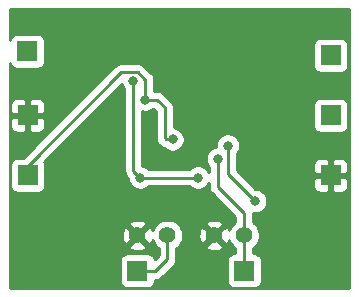
<source format=gbr>
G04 #@! TF.GenerationSoftware,KiCad,Pcbnew,(5.1.6)-1*
G04 #@! TF.CreationDate,2020-05-26T15:20:33+09:00*
G04 #@! TF.ProjectId,mic5332,6d696335-3333-4322-9e6b-696361645f70,rev?*
G04 #@! TF.SameCoordinates,Original*
G04 #@! TF.FileFunction,Copper,L2,Bot*
G04 #@! TF.FilePolarity,Positive*
%FSLAX46Y46*%
G04 Gerber Fmt 4.6, Leading zero omitted, Abs format (unit mm)*
G04 Created by KiCad (PCBNEW (5.1.6)-1) date 2020-05-26 15:20:33*
%MOMM*%
%LPD*%
G01*
G04 APERTURE LIST*
G04 #@! TA.AperFunction,ComponentPad*
%ADD10C,1.400000*%
G04 #@! TD*
G04 #@! TA.AperFunction,ComponentPad*
%ADD11R,1.700000X1.700000*%
G04 #@! TD*
G04 #@! TA.AperFunction,ViaPad*
%ADD12C,0.400000*%
G04 #@! TD*
G04 #@! TA.AperFunction,ViaPad*
%ADD13C,0.800000*%
G04 #@! TD*
G04 #@! TA.AperFunction,Conductor*
%ADD14C,0.250000*%
G04 #@! TD*
G04 #@! TA.AperFunction,Conductor*
%ADD15C,0.254000*%
G04 #@! TD*
G04 APERTURE END LIST*
D10*
X127650000Y-84050000D03*
X130190000Y-84050000D03*
X123690000Y-84050000D03*
X121150000Y-84050000D03*
D11*
X111830000Y-68460000D03*
X130190000Y-87050000D03*
X121150000Y-87050000D03*
X111850000Y-73880000D03*
X137500000Y-78960000D03*
X111850000Y-78960000D03*
X137500000Y-68800000D03*
X137500000Y-73880000D03*
D12*
X126576400Y-75976400D03*
D13*
X133010000Y-65740000D03*
X128850000Y-65740000D03*
X131100000Y-81150000D03*
X128800000Y-76450000D03*
X120810000Y-70960000D03*
X121370000Y-79150000D03*
X126270000Y-79150000D03*
X127950000Y-77550000D03*
X124122400Y-75922400D03*
X121800000Y-72550000D03*
D14*
X131100000Y-81150000D02*
X131100000Y-81150000D01*
X128800000Y-76450000D02*
X128800000Y-78850000D01*
X128800000Y-78850000D02*
X131100000Y-81150000D01*
X120810000Y-70960000D02*
X120810000Y-78590000D01*
X120810000Y-78590000D02*
X121370000Y-79150000D01*
X121370000Y-79150000D02*
X121370000Y-79150000D01*
X121370000Y-79150000D02*
X121935685Y-79150000D01*
X121935685Y-79150000D02*
X126270000Y-79150000D01*
X126270000Y-79150000D02*
X126270000Y-79150000D01*
X130190000Y-82160000D02*
X130190000Y-84050000D01*
X127950000Y-77550000D02*
X127950000Y-79920000D01*
X127950000Y-79920000D02*
X130190000Y-82160000D01*
X130190000Y-84050000D02*
X130190000Y-87050000D01*
X122630000Y-87100000D02*
X121150000Y-87100000D01*
X123690000Y-84050000D02*
X123690000Y-86040000D01*
X123690000Y-86040000D02*
X122630000Y-87100000D01*
X122800000Y-72550000D02*
X121800000Y-72550000D01*
X123450000Y-73200000D02*
X122800000Y-72550000D01*
X123450000Y-75815685D02*
X123450000Y-73200000D01*
X124122400Y-75922400D02*
X123556715Y-75922400D01*
X123556715Y-75922400D02*
X123450000Y-75815685D01*
X111850000Y-78151777D02*
X111850000Y-78960000D01*
X119766778Y-70234999D02*
X111850000Y-78151777D01*
X121158001Y-70234999D02*
X119766778Y-70234999D01*
X121800000Y-70876998D02*
X121158001Y-70234999D01*
X121800000Y-72550000D02*
X121800000Y-70876998D01*
D15*
G36*
X139040000Y-88540000D02*
G01*
X110360000Y-88540000D01*
X110360000Y-86200000D01*
X119661928Y-86200000D01*
X119661928Y-87900000D01*
X119674188Y-88024482D01*
X119710498Y-88144180D01*
X119769463Y-88254494D01*
X119848815Y-88351185D01*
X119945506Y-88430537D01*
X120055820Y-88489502D01*
X120175518Y-88525812D01*
X120300000Y-88538072D01*
X122000000Y-88538072D01*
X122124482Y-88525812D01*
X122244180Y-88489502D01*
X122354494Y-88430537D01*
X122451185Y-88351185D01*
X122530537Y-88254494D01*
X122589502Y-88144180D01*
X122625812Y-88024482D01*
X122638072Y-87900000D01*
X122638072Y-87862881D01*
X122667322Y-87860000D01*
X122667333Y-87860000D01*
X122778986Y-87849003D01*
X122922247Y-87805546D01*
X123054276Y-87734974D01*
X123170001Y-87640001D01*
X123193803Y-87610998D01*
X124201008Y-86603795D01*
X124230001Y-86580001D01*
X124253795Y-86551008D01*
X124253799Y-86551004D01*
X124324973Y-86464277D01*
X124324974Y-86464276D01*
X124395546Y-86332247D01*
X124439003Y-86188986D01*
X124450000Y-86077333D01*
X124450000Y-86077324D01*
X124453676Y-86040001D01*
X124450000Y-86002678D01*
X124450000Y-85147775D01*
X124541013Y-85086962D01*
X124656706Y-84971269D01*
X126908336Y-84971269D01*
X126967797Y-85205037D01*
X127206242Y-85315934D01*
X127461740Y-85378183D01*
X127724473Y-85389390D01*
X127984344Y-85349125D01*
X128231366Y-85258935D01*
X128332203Y-85205037D01*
X128391664Y-84971269D01*
X127650000Y-84229605D01*
X126908336Y-84971269D01*
X124656706Y-84971269D01*
X124726962Y-84901013D01*
X124873061Y-84682359D01*
X124973696Y-84439405D01*
X125025000Y-84181486D01*
X125025000Y-84124473D01*
X126310610Y-84124473D01*
X126350875Y-84384344D01*
X126441065Y-84631366D01*
X126494963Y-84732203D01*
X126728731Y-84791664D01*
X127470395Y-84050000D01*
X126728731Y-83308336D01*
X126494963Y-83367797D01*
X126384066Y-83606242D01*
X126321817Y-83861740D01*
X126310610Y-84124473D01*
X125025000Y-84124473D01*
X125025000Y-83918514D01*
X124973696Y-83660595D01*
X124873061Y-83417641D01*
X124726962Y-83198987D01*
X124656706Y-83128731D01*
X126908336Y-83128731D01*
X127650000Y-83870395D01*
X128391664Y-83128731D01*
X128332203Y-82894963D01*
X128093758Y-82784066D01*
X127838260Y-82721817D01*
X127575527Y-82710610D01*
X127315656Y-82750875D01*
X127068634Y-82841065D01*
X126967797Y-82894963D01*
X126908336Y-83128731D01*
X124656706Y-83128731D01*
X124541013Y-83013038D01*
X124322359Y-82866939D01*
X124079405Y-82766304D01*
X123821486Y-82715000D01*
X123558514Y-82715000D01*
X123300595Y-82766304D01*
X123057641Y-82866939D01*
X122838987Y-83013038D01*
X122653038Y-83198987D01*
X122506939Y-83417641D01*
X122418379Y-83631444D01*
X122358935Y-83468634D01*
X122305037Y-83367797D01*
X122071269Y-83308336D01*
X121329605Y-84050000D01*
X122071269Y-84791664D01*
X122305037Y-84732203D01*
X122415934Y-84493758D01*
X122420706Y-84474173D01*
X122506939Y-84682359D01*
X122653038Y-84901013D01*
X122838987Y-85086962D01*
X122930001Y-85147775D01*
X122930001Y-85725197D01*
X122615075Y-86040123D01*
X122589502Y-85955820D01*
X122530537Y-85845506D01*
X122451185Y-85748815D01*
X122354494Y-85669463D01*
X122244180Y-85610498D01*
X122124482Y-85574188D01*
X122000000Y-85561928D01*
X120300000Y-85561928D01*
X120175518Y-85574188D01*
X120055820Y-85610498D01*
X119945506Y-85669463D01*
X119848815Y-85748815D01*
X119769463Y-85845506D01*
X119710498Y-85955820D01*
X119674188Y-86075518D01*
X119661928Y-86200000D01*
X110360000Y-86200000D01*
X110360000Y-84971269D01*
X120408336Y-84971269D01*
X120467797Y-85205037D01*
X120706242Y-85315934D01*
X120961740Y-85378183D01*
X121224473Y-85389390D01*
X121484344Y-85349125D01*
X121731366Y-85258935D01*
X121832203Y-85205037D01*
X121891664Y-84971269D01*
X121150000Y-84229605D01*
X120408336Y-84971269D01*
X110360000Y-84971269D01*
X110360000Y-84124473D01*
X119810610Y-84124473D01*
X119850875Y-84384344D01*
X119941065Y-84631366D01*
X119994963Y-84732203D01*
X120228731Y-84791664D01*
X120970395Y-84050000D01*
X120228731Y-83308336D01*
X119994963Y-83367797D01*
X119884066Y-83606242D01*
X119821817Y-83861740D01*
X119810610Y-84124473D01*
X110360000Y-84124473D01*
X110360000Y-83128731D01*
X120408336Y-83128731D01*
X121150000Y-83870395D01*
X121891664Y-83128731D01*
X121832203Y-82894963D01*
X121593758Y-82784066D01*
X121338260Y-82721817D01*
X121075527Y-82710610D01*
X120815656Y-82750875D01*
X120568634Y-82841065D01*
X120467797Y-82894963D01*
X120408336Y-83128731D01*
X110360000Y-83128731D01*
X110360000Y-78110000D01*
X110361928Y-78110000D01*
X110361928Y-79810000D01*
X110374188Y-79934482D01*
X110410498Y-80054180D01*
X110469463Y-80164494D01*
X110548815Y-80261185D01*
X110645506Y-80340537D01*
X110755820Y-80399502D01*
X110875518Y-80435812D01*
X111000000Y-80448072D01*
X112700000Y-80448072D01*
X112824482Y-80435812D01*
X112944180Y-80399502D01*
X113054494Y-80340537D01*
X113151185Y-80261185D01*
X113230537Y-80164494D01*
X113289502Y-80054180D01*
X113325812Y-79934482D01*
X113338072Y-79810000D01*
X113338072Y-78110000D01*
X113325812Y-77985518D01*
X113289502Y-77865820D01*
X113262073Y-77814505D01*
X119814759Y-71261820D01*
X119814774Y-71261898D01*
X119892795Y-71450256D01*
X120006063Y-71619774D01*
X120050000Y-71663711D01*
X120050001Y-78552668D01*
X120046324Y-78590000D01*
X120060998Y-78738985D01*
X120104454Y-78882246D01*
X120175026Y-79014276D01*
X120234710Y-79087000D01*
X120270000Y-79130001D01*
X120298998Y-79153799D01*
X120335000Y-79189801D01*
X120335000Y-79251939D01*
X120374774Y-79451898D01*
X120452795Y-79640256D01*
X120566063Y-79809774D01*
X120710226Y-79953937D01*
X120879744Y-80067205D01*
X121068102Y-80145226D01*
X121268061Y-80185000D01*
X121471939Y-80185000D01*
X121671898Y-80145226D01*
X121860256Y-80067205D01*
X122029774Y-79953937D01*
X122073711Y-79910000D01*
X125566289Y-79910000D01*
X125610226Y-79953937D01*
X125779744Y-80067205D01*
X125968102Y-80145226D01*
X126168061Y-80185000D01*
X126371939Y-80185000D01*
X126571898Y-80145226D01*
X126760256Y-80067205D01*
X126929774Y-79953937D01*
X127073937Y-79809774D01*
X127187205Y-79640256D01*
X127190001Y-79633506D01*
X127190001Y-79882668D01*
X127186324Y-79920000D01*
X127200998Y-80068985D01*
X127244454Y-80212246D01*
X127315026Y-80344276D01*
X127386201Y-80431002D01*
X127410000Y-80460001D01*
X127438998Y-80483799D01*
X129430000Y-82474803D01*
X129430000Y-82952225D01*
X129338987Y-83013038D01*
X129153038Y-83198987D01*
X129006939Y-83417641D01*
X128918379Y-83631444D01*
X128858935Y-83468634D01*
X128805037Y-83367797D01*
X128571269Y-83308336D01*
X127829605Y-84050000D01*
X128571269Y-84791664D01*
X128805037Y-84732203D01*
X128915934Y-84493758D01*
X128920706Y-84474173D01*
X129006939Y-84682359D01*
X129153038Y-84901013D01*
X129338987Y-85086962D01*
X129430000Y-85147775D01*
X129430001Y-85561928D01*
X129340000Y-85561928D01*
X129215518Y-85574188D01*
X129095820Y-85610498D01*
X128985506Y-85669463D01*
X128888815Y-85748815D01*
X128809463Y-85845506D01*
X128750498Y-85955820D01*
X128714188Y-86075518D01*
X128701928Y-86200000D01*
X128701928Y-87900000D01*
X128714188Y-88024482D01*
X128750498Y-88144180D01*
X128809463Y-88254494D01*
X128888815Y-88351185D01*
X128985506Y-88430537D01*
X129095820Y-88489502D01*
X129215518Y-88525812D01*
X129340000Y-88538072D01*
X131040000Y-88538072D01*
X131164482Y-88525812D01*
X131284180Y-88489502D01*
X131394494Y-88430537D01*
X131491185Y-88351185D01*
X131570537Y-88254494D01*
X131629502Y-88144180D01*
X131665812Y-88024482D01*
X131678072Y-87900000D01*
X131678072Y-86200000D01*
X131665812Y-86075518D01*
X131629502Y-85955820D01*
X131570537Y-85845506D01*
X131491185Y-85748815D01*
X131394494Y-85669463D01*
X131284180Y-85610498D01*
X131164482Y-85574188D01*
X131040000Y-85561928D01*
X130950000Y-85561928D01*
X130950000Y-85147775D01*
X131041013Y-85086962D01*
X131226962Y-84901013D01*
X131373061Y-84682359D01*
X131473696Y-84439405D01*
X131525000Y-84181486D01*
X131525000Y-83918514D01*
X131473696Y-83660595D01*
X131373061Y-83417641D01*
X131226962Y-83198987D01*
X131041013Y-83013038D01*
X130950000Y-82952225D01*
X130950000Y-82197322D01*
X130952114Y-82175861D01*
X130998061Y-82185000D01*
X131201939Y-82185000D01*
X131401898Y-82145226D01*
X131590256Y-82067205D01*
X131759774Y-81953937D01*
X131903937Y-81809774D01*
X132017205Y-81640256D01*
X132095226Y-81451898D01*
X132135000Y-81251939D01*
X132135000Y-81048061D01*
X132095226Y-80848102D01*
X132017205Y-80659744D01*
X131903937Y-80490226D01*
X131759774Y-80346063D01*
X131590256Y-80232795D01*
X131401898Y-80154774D01*
X131201939Y-80115000D01*
X131139802Y-80115000D01*
X130834802Y-79810000D01*
X136011928Y-79810000D01*
X136024188Y-79934482D01*
X136060498Y-80054180D01*
X136119463Y-80164494D01*
X136198815Y-80261185D01*
X136295506Y-80340537D01*
X136405820Y-80399502D01*
X136525518Y-80435812D01*
X136650000Y-80448072D01*
X137214250Y-80445000D01*
X137373000Y-80286250D01*
X137373000Y-79087000D01*
X137627000Y-79087000D01*
X137627000Y-80286250D01*
X137785750Y-80445000D01*
X138350000Y-80448072D01*
X138474482Y-80435812D01*
X138594180Y-80399502D01*
X138704494Y-80340537D01*
X138801185Y-80261185D01*
X138880537Y-80164494D01*
X138939502Y-80054180D01*
X138975812Y-79934482D01*
X138988072Y-79810000D01*
X138985000Y-79245750D01*
X138826250Y-79087000D01*
X137627000Y-79087000D01*
X137373000Y-79087000D01*
X136173750Y-79087000D01*
X136015000Y-79245750D01*
X136011928Y-79810000D01*
X130834802Y-79810000D01*
X129560000Y-78535199D01*
X129560000Y-78110000D01*
X136011928Y-78110000D01*
X136015000Y-78674250D01*
X136173750Y-78833000D01*
X137373000Y-78833000D01*
X137373000Y-77633750D01*
X137627000Y-77633750D01*
X137627000Y-78833000D01*
X138826250Y-78833000D01*
X138985000Y-78674250D01*
X138988072Y-78110000D01*
X138975812Y-77985518D01*
X138939502Y-77865820D01*
X138880537Y-77755506D01*
X138801185Y-77658815D01*
X138704494Y-77579463D01*
X138594180Y-77520498D01*
X138474482Y-77484188D01*
X138350000Y-77471928D01*
X137785750Y-77475000D01*
X137627000Y-77633750D01*
X137373000Y-77633750D01*
X137214250Y-77475000D01*
X136650000Y-77471928D01*
X136525518Y-77484188D01*
X136405820Y-77520498D01*
X136295506Y-77579463D01*
X136198815Y-77658815D01*
X136119463Y-77755506D01*
X136060498Y-77865820D01*
X136024188Y-77985518D01*
X136011928Y-78110000D01*
X129560000Y-78110000D01*
X129560000Y-77153711D01*
X129603937Y-77109774D01*
X129717205Y-76940256D01*
X129795226Y-76751898D01*
X129835000Y-76551939D01*
X129835000Y-76348061D01*
X129795226Y-76148102D01*
X129717205Y-75959744D01*
X129603937Y-75790226D01*
X129459774Y-75646063D01*
X129290256Y-75532795D01*
X129101898Y-75454774D01*
X128901939Y-75415000D01*
X128698061Y-75415000D01*
X128498102Y-75454774D01*
X128309744Y-75532795D01*
X128140226Y-75646063D01*
X127996063Y-75790226D01*
X127882795Y-75959744D01*
X127804774Y-76148102D01*
X127765000Y-76348061D01*
X127765000Y-76531522D01*
X127648102Y-76554774D01*
X127459744Y-76632795D01*
X127290226Y-76746063D01*
X127146063Y-76890226D01*
X127032795Y-77059744D01*
X126954774Y-77248102D01*
X126915000Y-77448061D01*
X126915000Y-77651939D01*
X126954774Y-77851898D01*
X127032795Y-78040256D01*
X127146063Y-78209774D01*
X127190000Y-78253711D01*
X127190000Y-78666493D01*
X127187205Y-78659744D01*
X127073937Y-78490226D01*
X126929774Y-78346063D01*
X126760256Y-78232795D01*
X126571898Y-78154774D01*
X126371939Y-78115000D01*
X126168061Y-78115000D01*
X125968102Y-78154774D01*
X125779744Y-78232795D01*
X125610226Y-78346063D01*
X125566289Y-78390000D01*
X122073711Y-78390000D01*
X122029774Y-78346063D01*
X121860256Y-78232795D01*
X121671898Y-78154774D01*
X121570000Y-78134505D01*
X121570000Y-73559527D01*
X121698061Y-73585000D01*
X121901939Y-73585000D01*
X122101898Y-73545226D01*
X122290256Y-73467205D01*
X122459774Y-73353937D01*
X122494455Y-73319256D01*
X122690001Y-73514803D01*
X122690000Y-75778362D01*
X122686324Y-75815685D01*
X122690000Y-75853007D01*
X122690000Y-75853017D01*
X122700997Y-75964670D01*
X122744454Y-76107931D01*
X122815026Y-76239961D01*
X122854871Y-76288511D01*
X122909999Y-76355686D01*
X122939003Y-76379489D01*
X122992911Y-76433397D01*
X123016714Y-76462401D01*
X123132439Y-76557374D01*
X123264468Y-76627946D01*
X123407676Y-76671387D01*
X123462626Y-76726337D01*
X123632144Y-76839605D01*
X123820502Y-76917626D01*
X124020461Y-76957400D01*
X124224339Y-76957400D01*
X124424298Y-76917626D01*
X124612656Y-76839605D01*
X124782174Y-76726337D01*
X124926337Y-76582174D01*
X125039605Y-76412656D01*
X125117626Y-76224298D01*
X125157400Y-76024339D01*
X125157400Y-75820461D01*
X125117626Y-75620502D01*
X125039605Y-75432144D01*
X124926337Y-75262626D01*
X124782174Y-75118463D01*
X124612656Y-75005195D01*
X124424298Y-74927174D01*
X124224339Y-74887400D01*
X124210000Y-74887400D01*
X124210000Y-73237323D01*
X124213676Y-73200000D01*
X124210000Y-73162677D01*
X124210000Y-73162667D01*
X124199003Y-73051014D01*
X124192629Y-73030000D01*
X136011928Y-73030000D01*
X136011928Y-74730000D01*
X136024188Y-74854482D01*
X136060498Y-74974180D01*
X136119463Y-75084494D01*
X136198815Y-75181185D01*
X136295506Y-75260537D01*
X136405820Y-75319502D01*
X136525518Y-75355812D01*
X136650000Y-75368072D01*
X138350000Y-75368072D01*
X138474482Y-75355812D01*
X138594180Y-75319502D01*
X138704494Y-75260537D01*
X138801185Y-75181185D01*
X138880537Y-75084494D01*
X138939502Y-74974180D01*
X138975812Y-74854482D01*
X138988072Y-74730000D01*
X138988072Y-73030000D01*
X138975812Y-72905518D01*
X138939502Y-72785820D01*
X138880537Y-72675506D01*
X138801185Y-72578815D01*
X138704494Y-72499463D01*
X138594180Y-72440498D01*
X138474482Y-72404188D01*
X138350000Y-72391928D01*
X136650000Y-72391928D01*
X136525518Y-72404188D01*
X136405820Y-72440498D01*
X136295506Y-72499463D01*
X136198815Y-72578815D01*
X136119463Y-72675506D01*
X136060498Y-72785820D01*
X136024188Y-72905518D01*
X136011928Y-73030000D01*
X124192629Y-73030000D01*
X124155546Y-72907753D01*
X124084974Y-72775724D01*
X123990001Y-72659999D01*
X123961002Y-72636200D01*
X123363803Y-72039002D01*
X123340001Y-72009999D01*
X123224276Y-71915026D01*
X123092247Y-71844454D01*
X122948986Y-71800997D01*
X122837333Y-71790000D01*
X122837322Y-71790000D01*
X122800000Y-71786324D01*
X122762678Y-71790000D01*
X122560000Y-71790000D01*
X122560000Y-70914323D01*
X122563676Y-70876998D01*
X122560000Y-70839673D01*
X122560000Y-70839665D01*
X122549003Y-70728012D01*
X122505546Y-70584751D01*
X122434974Y-70452722D01*
X122340001Y-70336997D01*
X122311002Y-70313198D01*
X121721804Y-69724001D01*
X121698002Y-69694998D01*
X121582277Y-69600025D01*
X121450248Y-69529453D01*
X121306987Y-69485996D01*
X121195334Y-69474999D01*
X121195323Y-69474999D01*
X121158001Y-69471323D01*
X121120679Y-69474999D01*
X119804101Y-69474999D01*
X119766778Y-69471323D01*
X119729455Y-69474999D01*
X119729445Y-69474999D01*
X119617792Y-69485996D01*
X119474531Y-69529453D01*
X119342502Y-69600025D01*
X119226777Y-69694998D01*
X119202979Y-69723996D01*
X111455048Y-77471928D01*
X111000000Y-77471928D01*
X110875518Y-77484188D01*
X110755820Y-77520498D01*
X110645506Y-77579463D01*
X110548815Y-77658815D01*
X110469463Y-77755506D01*
X110410498Y-77865820D01*
X110374188Y-77985518D01*
X110361928Y-78110000D01*
X110360000Y-78110000D01*
X110360000Y-74730000D01*
X110361928Y-74730000D01*
X110374188Y-74854482D01*
X110410498Y-74974180D01*
X110469463Y-75084494D01*
X110548815Y-75181185D01*
X110645506Y-75260537D01*
X110755820Y-75319502D01*
X110875518Y-75355812D01*
X111000000Y-75368072D01*
X111564250Y-75365000D01*
X111723000Y-75206250D01*
X111723000Y-74007000D01*
X111977000Y-74007000D01*
X111977000Y-75206250D01*
X112135750Y-75365000D01*
X112700000Y-75368072D01*
X112824482Y-75355812D01*
X112944180Y-75319502D01*
X113054494Y-75260537D01*
X113151185Y-75181185D01*
X113230537Y-75084494D01*
X113289502Y-74974180D01*
X113325812Y-74854482D01*
X113338072Y-74730000D01*
X113335000Y-74165750D01*
X113176250Y-74007000D01*
X111977000Y-74007000D01*
X111723000Y-74007000D01*
X110523750Y-74007000D01*
X110365000Y-74165750D01*
X110361928Y-74730000D01*
X110360000Y-74730000D01*
X110360000Y-73030000D01*
X110361928Y-73030000D01*
X110365000Y-73594250D01*
X110523750Y-73753000D01*
X111723000Y-73753000D01*
X111723000Y-72553750D01*
X111977000Y-72553750D01*
X111977000Y-73753000D01*
X113176250Y-73753000D01*
X113335000Y-73594250D01*
X113338072Y-73030000D01*
X113325812Y-72905518D01*
X113289502Y-72785820D01*
X113230537Y-72675506D01*
X113151185Y-72578815D01*
X113054494Y-72499463D01*
X112944180Y-72440498D01*
X112824482Y-72404188D01*
X112700000Y-72391928D01*
X112135750Y-72395000D01*
X111977000Y-72553750D01*
X111723000Y-72553750D01*
X111564250Y-72395000D01*
X111000000Y-72391928D01*
X110875518Y-72404188D01*
X110755820Y-72440498D01*
X110645506Y-72499463D01*
X110548815Y-72578815D01*
X110469463Y-72675506D01*
X110410498Y-72785820D01*
X110374188Y-72905518D01*
X110361928Y-73030000D01*
X110360000Y-73030000D01*
X110360000Y-69453642D01*
X110390498Y-69554180D01*
X110449463Y-69664494D01*
X110528815Y-69761185D01*
X110625506Y-69840537D01*
X110735820Y-69899502D01*
X110855518Y-69935812D01*
X110980000Y-69948072D01*
X112680000Y-69948072D01*
X112804482Y-69935812D01*
X112924180Y-69899502D01*
X113034494Y-69840537D01*
X113131185Y-69761185D01*
X113210537Y-69664494D01*
X113269502Y-69554180D01*
X113305812Y-69434482D01*
X113318072Y-69310000D01*
X113318072Y-67950000D01*
X136011928Y-67950000D01*
X136011928Y-69650000D01*
X136024188Y-69774482D01*
X136060498Y-69894180D01*
X136119463Y-70004494D01*
X136198815Y-70101185D01*
X136295506Y-70180537D01*
X136405820Y-70239502D01*
X136525518Y-70275812D01*
X136650000Y-70288072D01*
X138350000Y-70288072D01*
X138474482Y-70275812D01*
X138594180Y-70239502D01*
X138704494Y-70180537D01*
X138801185Y-70101185D01*
X138880537Y-70004494D01*
X138939502Y-69894180D01*
X138975812Y-69774482D01*
X138988072Y-69650000D01*
X138988072Y-67950000D01*
X138975812Y-67825518D01*
X138939502Y-67705820D01*
X138880537Y-67595506D01*
X138801185Y-67498815D01*
X138704494Y-67419463D01*
X138594180Y-67360498D01*
X138474482Y-67324188D01*
X138350000Y-67311928D01*
X136650000Y-67311928D01*
X136525518Y-67324188D01*
X136405820Y-67360498D01*
X136295506Y-67419463D01*
X136198815Y-67498815D01*
X136119463Y-67595506D01*
X136060498Y-67705820D01*
X136024188Y-67825518D01*
X136011928Y-67950000D01*
X113318072Y-67950000D01*
X113318072Y-67610000D01*
X113305812Y-67485518D01*
X113269502Y-67365820D01*
X113210537Y-67255506D01*
X113131185Y-67158815D01*
X113034494Y-67079463D01*
X112924180Y-67020498D01*
X112804482Y-66984188D01*
X112680000Y-66971928D01*
X110980000Y-66971928D01*
X110855518Y-66984188D01*
X110735820Y-67020498D01*
X110625506Y-67079463D01*
X110528815Y-67158815D01*
X110449463Y-67255506D01*
X110390498Y-67365820D01*
X110360000Y-67466358D01*
X110360000Y-64860000D01*
X139040001Y-64860000D01*
X139040000Y-88540000D01*
G37*
X139040000Y-88540000D02*
X110360000Y-88540000D01*
X110360000Y-86200000D01*
X119661928Y-86200000D01*
X119661928Y-87900000D01*
X119674188Y-88024482D01*
X119710498Y-88144180D01*
X119769463Y-88254494D01*
X119848815Y-88351185D01*
X119945506Y-88430537D01*
X120055820Y-88489502D01*
X120175518Y-88525812D01*
X120300000Y-88538072D01*
X122000000Y-88538072D01*
X122124482Y-88525812D01*
X122244180Y-88489502D01*
X122354494Y-88430537D01*
X122451185Y-88351185D01*
X122530537Y-88254494D01*
X122589502Y-88144180D01*
X122625812Y-88024482D01*
X122638072Y-87900000D01*
X122638072Y-87862881D01*
X122667322Y-87860000D01*
X122667333Y-87860000D01*
X122778986Y-87849003D01*
X122922247Y-87805546D01*
X123054276Y-87734974D01*
X123170001Y-87640001D01*
X123193803Y-87610998D01*
X124201008Y-86603795D01*
X124230001Y-86580001D01*
X124253795Y-86551008D01*
X124253799Y-86551004D01*
X124324973Y-86464277D01*
X124324974Y-86464276D01*
X124395546Y-86332247D01*
X124439003Y-86188986D01*
X124450000Y-86077333D01*
X124450000Y-86077324D01*
X124453676Y-86040001D01*
X124450000Y-86002678D01*
X124450000Y-85147775D01*
X124541013Y-85086962D01*
X124656706Y-84971269D01*
X126908336Y-84971269D01*
X126967797Y-85205037D01*
X127206242Y-85315934D01*
X127461740Y-85378183D01*
X127724473Y-85389390D01*
X127984344Y-85349125D01*
X128231366Y-85258935D01*
X128332203Y-85205037D01*
X128391664Y-84971269D01*
X127650000Y-84229605D01*
X126908336Y-84971269D01*
X124656706Y-84971269D01*
X124726962Y-84901013D01*
X124873061Y-84682359D01*
X124973696Y-84439405D01*
X125025000Y-84181486D01*
X125025000Y-84124473D01*
X126310610Y-84124473D01*
X126350875Y-84384344D01*
X126441065Y-84631366D01*
X126494963Y-84732203D01*
X126728731Y-84791664D01*
X127470395Y-84050000D01*
X126728731Y-83308336D01*
X126494963Y-83367797D01*
X126384066Y-83606242D01*
X126321817Y-83861740D01*
X126310610Y-84124473D01*
X125025000Y-84124473D01*
X125025000Y-83918514D01*
X124973696Y-83660595D01*
X124873061Y-83417641D01*
X124726962Y-83198987D01*
X124656706Y-83128731D01*
X126908336Y-83128731D01*
X127650000Y-83870395D01*
X128391664Y-83128731D01*
X128332203Y-82894963D01*
X128093758Y-82784066D01*
X127838260Y-82721817D01*
X127575527Y-82710610D01*
X127315656Y-82750875D01*
X127068634Y-82841065D01*
X126967797Y-82894963D01*
X126908336Y-83128731D01*
X124656706Y-83128731D01*
X124541013Y-83013038D01*
X124322359Y-82866939D01*
X124079405Y-82766304D01*
X123821486Y-82715000D01*
X123558514Y-82715000D01*
X123300595Y-82766304D01*
X123057641Y-82866939D01*
X122838987Y-83013038D01*
X122653038Y-83198987D01*
X122506939Y-83417641D01*
X122418379Y-83631444D01*
X122358935Y-83468634D01*
X122305037Y-83367797D01*
X122071269Y-83308336D01*
X121329605Y-84050000D01*
X122071269Y-84791664D01*
X122305037Y-84732203D01*
X122415934Y-84493758D01*
X122420706Y-84474173D01*
X122506939Y-84682359D01*
X122653038Y-84901013D01*
X122838987Y-85086962D01*
X122930001Y-85147775D01*
X122930001Y-85725197D01*
X122615075Y-86040123D01*
X122589502Y-85955820D01*
X122530537Y-85845506D01*
X122451185Y-85748815D01*
X122354494Y-85669463D01*
X122244180Y-85610498D01*
X122124482Y-85574188D01*
X122000000Y-85561928D01*
X120300000Y-85561928D01*
X120175518Y-85574188D01*
X120055820Y-85610498D01*
X119945506Y-85669463D01*
X119848815Y-85748815D01*
X119769463Y-85845506D01*
X119710498Y-85955820D01*
X119674188Y-86075518D01*
X119661928Y-86200000D01*
X110360000Y-86200000D01*
X110360000Y-84971269D01*
X120408336Y-84971269D01*
X120467797Y-85205037D01*
X120706242Y-85315934D01*
X120961740Y-85378183D01*
X121224473Y-85389390D01*
X121484344Y-85349125D01*
X121731366Y-85258935D01*
X121832203Y-85205037D01*
X121891664Y-84971269D01*
X121150000Y-84229605D01*
X120408336Y-84971269D01*
X110360000Y-84971269D01*
X110360000Y-84124473D01*
X119810610Y-84124473D01*
X119850875Y-84384344D01*
X119941065Y-84631366D01*
X119994963Y-84732203D01*
X120228731Y-84791664D01*
X120970395Y-84050000D01*
X120228731Y-83308336D01*
X119994963Y-83367797D01*
X119884066Y-83606242D01*
X119821817Y-83861740D01*
X119810610Y-84124473D01*
X110360000Y-84124473D01*
X110360000Y-83128731D01*
X120408336Y-83128731D01*
X121150000Y-83870395D01*
X121891664Y-83128731D01*
X121832203Y-82894963D01*
X121593758Y-82784066D01*
X121338260Y-82721817D01*
X121075527Y-82710610D01*
X120815656Y-82750875D01*
X120568634Y-82841065D01*
X120467797Y-82894963D01*
X120408336Y-83128731D01*
X110360000Y-83128731D01*
X110360000Y-78110000D01*
X110361928Y-78110000D01*
X110361928Y-79810000D01*
X110374188Y-79934482D01*
X110410498Y-80054180D01*
X110469463Y-80164494D01*
X110548815Y-80261185D01*
X110645506Y-80340537D01*
X110755820Y-80399502D01*
X110875518Y-80435812D01*
X111000000Y-80448072D01*
X112700000Y-80448072D01*
X112824482Y-80435812D01*
X112944180Y-80399502D01*
X113054494Y-80340537D01*
X113151185Y-80261185D01*
X113230537Y-80164494D01*
X113289502Y-80054180D01*
X113325812Y-79934482D01*
X113338072Y-79810000D01*
X113338072Y-78110000D01*
X113325812Y-77985518D01*
X113289502Y-77865820D01*
X113262073Y-77814505D01*
X119814759Y-71261820D01*
X119814774Y-71261898D01*
X119892795Y-71450256D01*
X120006063Y-71619774D01*
X120050000Y-71663711D01*
X120050001Y-78552668D01*
X120046324Y-78590000D01*
X120060998Y-78738985D01*
X120104454Y-78882246D01*
X120175026Y-79014276D01*
X120234710Y-79087000D01*
X120270000Y-79130001D01*
X120298998Y-79153799D01*
X120335000Y-79189801D01*
X120335000Y-79251939D01*
X120374774Y-79451898D01*
X120452795Y-79640256D01*
X120566063Y-79809774D01*
X120710226Y-79953937D01*
X120879744Y-80067205D01*
X121068102Y-80145226D01*
X121268061Y-80185000D01*
X121471939Y-80185000D01*
X121671898Y-80145226D01*
X121860256Y-80067205D01*
X122029774Y-79953937D01*
X122073711Y-79910000D01*
X125566289Y-79910000D01*
X125610226Y-79953937D01*
X125779744Y-80067205D01*
X125968102Y-80145226D01*
X126168061Y-80185000D01*
X126371939Y-80185000D01*
X126571898Y-80145226D01*
X126760256Y-80067205D01*
X126929774Y-79953937D01*
X127073937Y-79809774D01*
X127187205Y-79640256D01*
X127190001Y-79633506D01*
X127190001Y-79882668D01*
X127186324Y-79920000D01*
X127200998Y-80068985D01*
X127244454Y-80212246D01*
X127315026Y-80344276D01*
X127386201Y-80431002D01*
X127410000Y-80460001D01*
X127438998Y-80483799D01*
X129430000Y-82474803D01*
X129430000Y-82952225D01*
X129338987Y-83013038D01*
X129153038Y-83198987D01*
X129006939Y-83417641D01*
X128918379Y-83631444D01*
X128858935Y-83468634D01*
X128805037Y-83367797D01*
X128571269Y-83308336D01*
X127829605Y-84050000D01*
X128571269Y-84791664D01*
X128805037Y-84732203D01*
X128915934Y-84493758D01*
X128920706Y-84474173D01*
X129006939Y-84682359D01*
X129153038Y-84901013D01*
X129338987Y-85086962D01*
X129430000Y-85147775D01*
X129430001Y-85561928D01*
X129340000Y-85561928D01*
X129215518Y-85574188D01*
X129095820Y-85610498D01*
X128985506Y-85669463D01*
X128888815Y-85748815D01*
X128809463Y-85845506D01*
X128750498Y-85955820D01*
X128714188Y-86075518D01*
X128701928Y-86200000D01*
X128701928Y-87900000D01*
X128714188Y-88024482D01*
X128750498Y-88144180D01*
X128809463Y-88254494D01*
X128888815Y-88351185D01*
X128985506Y-88430537D01*
X129095820Y-88489502D01*
X129215518Y-88525812D01*
X129340000Y-88538072D01*
X131040000Y-88538072D01*
X131164482Y-88525812D01*
X131284180Y-88489502D01*
X131394494Y-88430537D01*
X131491185Y-88351185D01*
X131570537Y-88254494D01*
X131629502Y-88144180D01*
X131665812Y-88024482D01*
X131678072Y-87900000D01*
X131678072Y-86200000D01*
X131665812Y-86075518D01*
X131629502Y-85955820D01*
X131570537Y-85845506D01*
X131491185Y-85748815D01*
X131394494Y-85669463D01*
X131284180Y-85610498D01*
X131164482Y-85574188D01*
X131040000Y-85561928D01*
X130950000Y-85561928D01*
X130950000Y-85147775D01*
X131041013Y-85086962D01*
X131226962Y-84901013D01*
X131373061Y-84682359D01*
X131473696Y-84439405D01*
X131525000Y-84181486D01*
X131525000Y-83918514D01*
X131473696Y-83660595D01*
X131373061Y-83417641D01*
X131226962Y-83198987D01*
X131041013Y-83013038D01*
X130950000Y-82952225D01*
X130950000Y-82197322D01*
X130952114Y-82175861D01*
X130998061Y-82185000D01*
X131201939Y-82185000D01*
X131401898Y-82145226D01*
X131590256Y-82067205D01*
X131759774Y-81953937D01*
X131903937Y-81809774D01*
X132017205Y-81640256D01*
X132095226Y-81451898D01*
X132135000Y-81251939D01*
X132135000Y-81048061D01*
X132095226Y-80848102D01*
X132017205Y-80659744D01*
X131903937Y-80490226D01*
X131759774Y-80346063D01*
X131590256Y-80232795D01*
X131401898Y-80154774D01*
X131201939Y-80115000D01*
X131139802Y-80115000D01*
X130834802Y-79810000D01*
X136011928Y-79810000D01*
X136024188Y-79934482D01*
X136060498Y-80054180D01*
X136119463Y-80164494D01*
X136198815Y-80261185D01*
X136295506Y-80340537D01*
X136405820Y-80399502D01*
X136525518Y-80435812D01*
X136650000Y-80448072D01*
X137214250Y-80445000D01*
X137373000Y-80286250D01*
X137373000Y-79087000D01*
X137627000Y-79087000D01*
X137627000Y-80286250D01*
X137785750Y-80445000D01*
X138350000Y-80448072D01*
X138474482Y-80435812D01*
X138594180Y-80399502D01*
X138704494Y-80340537D01*
X138801185Y-80261185D01*
X138880537Y-80164494D01*
X138939502Y-80054180D01*
X138975812Y-79934482D01*
X138988072Y-79810000D01*
X138985000Y-79245750D01*
X138826250Y-79087000D01*
X137627000Y-79087000D01*
X137373000Y-79087000D01*
X136173750Y-79087000D01*
X136015000Y-79245750D01*
X136011928Y-79810000D01*
X130834802Y-79810000D01*
X129560000Y-78535199D01*
X129560000Y-78110000D01*
X136011928Y-78110000D01*
X136015000Y-78674250D01*
X136173750Y-78833000D01*
X137373000Y-78833000D01*
X137373000Y-77633750D01*
X137627000Y-77633750D01*
X137627000Y-78833000D01*
X138826250Y-78833000D01*
X138985000Y-78674250D01*
X138988072Y-78110000D01*
X138975812Y-77985518D01*
X138939502Y-77865820D01*
X138880537Y-77755506D01*
X138801185Y-77658815D01*
X138704494Y-77579463D01*
X138594180Y-77520498D01*
X138474482Y-77484188D01*
X138350000Y-77471928D01*
X137785750Y-77475000D01*
X137627000Y-77633750D01*
X137373000Y-77633750D01*
X137214250Y-77475000D01*
X136650000Y-77471928D01*
X136525518Y-77484188D01*
X136405820Y-77520498D01*
X136295506Y-77579463D01*
X136198815Y-77658815D01*
X136119463Y-77755506D01*
X136060498Y-77865820D01*
X136024188Y-77985518D01*
X136011928Y-78110000D01*
X129560000Y-78110000D01*
X129560000Y-77153711D01*
X129603937Y-77109774D01*
X129717205Y-76940256D01*
X129795226Y-76751898D01*
X129835000Y-76551939D01*
X129835000Y-76348061D01*
X129795226Y-76148102D01*
X129717205Y-75959744D01*
X129603937Y-75790226D01*
X129459774Y-75646063D01*
X129290256Y-75532795D01*
X129101898Y-75454774D01*
X128901939Y-75415000D01*
X128698061Y-75415000D01*
X128498102Y-75454774D01*
X128309744Y-75532795D01*
X128140226Y-75646063D01*
X127996063Y-75790226D01*
X127882795Y-75959744D01*
X127804774Y-76148102D01*
X127765000Y-76348061D01*
X127765000Y-76531522D01*
X127648102Y-76554774D01*
X127459744Y-76632795D01*
X127290226Y-76746063D01*
X127146063Y-76890226D01*
X127032795Y-77059744D01*
X126954774Y-77248102D01*
X126915000Y-77448061D01*
X126915000Y-77651939D01*
X126954774Y-77851898D01*
X127032795Y-78040256D01*
X127146063Y-78209774D01*
X127190000Y-78253711D01*
X127190000Y-78666493D01*
X127187205Y-78659744D01*
X127073937Y-78490226D01*
X126929774Y-78346063D01*
X126760256Y-78232795D01*
X126571898Y-78154774D01*
X126371939Y-78115000D01*
X126168061Y-78115000D01*
X125968102Y-78154774D01*
X125779744Y-78232795D01*
X125610226Y-78346063D01*
X125566289Y-78390000D01*
X122073711Y-78390000D01*
X122029774Y-78346063D01*
X121860256Y-78232795D01*
X121671898Y-78154774D01*
X121570000Y-78134505D01*
X121570000Y-73559527D01*
X121698061Y-73585000D01*
X121901939Y-73585000D01*
X122101898Y-73545226D01*
X122290256Y-73467205D01*
X122459774Y-73353937D01*
X122494455Y-73319256D01*
X122690001Y-73514803D01*
X122690000Y-75778362D01*
X122686324Y-75815685D01*
X122690000Y-75853007D01*
X122690000Y-75853017D01*
X122700997Y-75964670D01*
X122744454Y-76107931D01*
X122815026Y-76239961D01*
X122854871Y-76288511D01*
X122909999Y-76355686D01*
X122939003Y-76379489D01*
X122992911Y-76433397D01*
X123016714Y-76462401D01*
X123132439Y-76557374D01*
X123264468Y-76627946D01*
X123407676Y-76671387D01*
X123462626Y-76726337D01*
X123632144Y-76839605D01*
X123820502Y-76917626D01*
X124020461Y-76957400D01*
X124224339Y-76957400D01*
X124424298Y-76917626D01*
X124612656Y-76839605D01*
X124782174Y-76726337D01*
X124926337Y-76582174D01*
X125039605Y-76412656D01*
X125117626Y-76224298D01*
X125157400Y-76024339D01*
X125157400Y-75820461D01*
X125117626Y-75620502D01*
X125039605Y-75432144D01*
X124926337Y-75262626D01*
X124782174Y-75118463D01*
X124612656Y-75005195D01*
X124424298Y-74927174D01*
X124224339Y-74887400D01*
X124210000Y-74887400D01*
X124210000Y-73237323D01*
X124213676Y-73200000D01*
X124210000Y-73162677D01*
X124210000Y-73162667D01*
X124199003Y-73051014D01*
X124192629Y-73030000D01*
X136011928Y-73030000D01*
X136011928Y-74730000D01*
X136024188Y-74854482D01*
X136060498Y-74974180D01*
X136119463Y-75084494D01*
X136198815Y-75181185D01*
X136295506Y-75260537D01*
X136405820Y-75319502D01*
X136525518Y-75355812D01*
X136650000Y-75368072D01*
X138350000Y-75368072D01*
X138474482Y-75355812D01*
X138594180Y-75319502D01*
X138704494Y-75260537D01*
X138801185Y-75181185D01*
X138880537Y-75084494D01*
X138939502Y-74974180D01*
X138975812Y-74854482D01*
X138988072Y-74730000D01*
X138988072Y-73030000D01*
X138975812Y-72905518D01*
X138939502Y-72785820D01*
X138880537Y-72675506D01*
X138801185Y-72578815D01*
X138704494Y-72499463D01*
X138594180Y-72440498D01*
X138474482Y-72404188D01*
X138350000Y-72391928D01*
X136650000Y-72391928D01*
X136525518Y-72404188D01*
X136405820Y-72440498D01*
X136295506Y-72499463D01*
X136198815Y-72578815D01*
X136119463Y-72675506D01*
X136060498Y-72785820D01*
X136024188Y-72905518D01*
X136011928Y-73030000D01*
X124192629Y-73030000D01*
X124155546Y-72907753D01*
X124084974Y-72775724D01*
X123990001Y-72659999D01*
X123961002Y-72636200D01*
X123363803Y-72039002D01*
X123340001Y-72009999D01*
X123224276Y-71915026D01*
X123092247Y-71844454D01*
X122948986Y-71800997D01*
X122837333Y-71790000D01*
X122837322Y-71790000D01*
X122800000Y-71786324D01*
X122762678Y-71790000D01*
X122560000Y-71790000D01*
X122560000Y-70914323D01*
X122563676Y-70876998D01*
X122560000Y-70839673D01*
X122560000Y-70839665D01*
X122549003Y-70728012D01*
X122505546Y-70584751D01*
X122434974Y-70452722D01*
X122340001Y-70336997D01*
X122311002Y-70313198D01*
X121721804Y-69724001D01*
X121698002Y-69694998D01*
X121582277Y-69600025D01*
X121450248Y-69529453D01*
X121306987Y-69485996D01*
X121195334Y-69474999D01*
X121195323Y-69474999D01*
X121158001Y-69471323D01*
X121120679Y-69474999D01*
X119804101Y-69474999D01*
X119766778Y-69471323D01*
X119729455Y-69474999D01*
X119729445Y-69474999D01*
X119617792Y-69485996D01*
X119474531Y-69529453D01*
X119342502Y-69600025D01*
X119226777Y-69694998D01*
X119202979Y-69723996D01*
X111455048Y-77471928D01*
X111000000Y-77471928D01*
X110875518Y-77484188D01*
X110755820Y-77520498D01*
X110645506Y-77579463D01*
X110548815Y-77658815D01*
X110469463Y-77755506D01*
X110410498Y-77865820D01*
X110374188Y-77985518D01*
X110361928Y-78110000D01*
X110360000Y-78110000D01*
X110360000Y-74730000D01*
X110361928Y-74730000D01*
X110374188Y-74854482D01*
X110410498Y-74974180D01*
X110469463Y-75084494D01*
X110548815Y-75181185D01*
X110645506Y-75260537D01*
X110755820Y-75319502D01*
X110875518Y-75355812D01*
X111000000Y-75368072D01*
X111564250Y-75365000D01*
X111723000Y-75206250D01*
X111723000Y-74007000D01*
X111977000Y-74007000D01*
X111977000Y-75206250D01*
X112135750Y-75365000D01*
X112700000Y-75368072D01*
X112824482Y-75355812D01*
X112944180Y-75319502D01*
X113054494Y-75260537D01*
X113151185Y-75181185D01*
X113230537Y-75084494D01*
X113289502Y-74974180D01*
X113325812Y-74854482D01*
X113338072Y-74730000D01*
X113335000Y-74165750D01*
X113176250Y-74007000D01*
X111977000Y-74007000D01*
X111723000Y-74007000D01*
X110523750Y-74007000D01*
X110365000Y-74165750D01*
X110361928Y-74730000D01*
X110360000Y-74730000D01*
X110360000Y-73030000D01*
X110361928Y-73030000D01*
X110365000Y-73594250D01*
X110523750Y-73753000D01*
X111723000Y-73753000D01*
X111723000Y-72553750D01*
X111977000Y-72553750D01*
X111977000Y-73753000D01*
X113176250Y-73753000D01*
X113335000Y-73594250D01*
X113338072Y-73030000D01*
X113325812Y-72905518D01*
X113289502Y-72785820D01*
X113230537Y-72675506D01*
X113151185Y-72578815D01*
X113054494Y-72499463D01*
X112944180Y-72440498D01*
X112824482Y-72404188D01*
X112700000Y-72391928D01*
X112135750Y-72395000D01*
X111977000Y-72553750D01*
X111723000Y-72553750D01*
X111564250Y-72395000D01*
X111000000Y-72391928D01*
X110875518Y-72404188D01*
X110755820Y-72440498D01*
X110645506Y-72499463D01*
X110548815Y-72578815D01*
X110469463Y-72675506D01*
X110410498Y-72785820D01*
X110374188Y-72905518D01*
X110361928Y-73030000D01*
X110360000Y-73030000D01*
X110360000Y-69453642D01*
X110390498Y-69554180D01*
X110449463Y-69664494D01*
X110528815Y-69761185D01*
X110625506Y-69840537D01*
X110735820Y-69899502D01*
X110855518Y-69935812D01*
X110980000Y-69948072D01*
X112680000Y-69948072D01*
X112804482Y-69935812D01*
X112924180Y-69899502D01*
X113034494Y-69840537D01*
X113131185Y-69761185D01*
X113210537Y-69664494D01*
X113269502Y-69554180D01*
X113305812Y-69434482D01*
X113318072Y-69310000D01*
X113318072Y-67950000D01*
X136011928Y-67950000D01*
X136011928Y-69650000D01*
X136024188Y-69774482D01*
X136060498Y-69894180D01*
X136119463Y-70004494D01*
X136198815Y-70101185D01*
X136295506Y-70180537D01*
X136405820Y-70239502D01*
X136525518Y-70275812D01*
X136650000Y-70288072D01*
X138350000Y-70288072D01*
X138474482Y-70275812D01*
X138594180Y-70239502D01*
X138704494Y-70180537D01*
X138801185Y-70101185D01*
X138880537Y-70004494D01*
X138939502Y-69894180D01*
X138975812Y-69774482D01*
X138988072Y-69650000D01*
X138988072Y-67950000D01*
X138975812Y-67825518D01*
X138939502Y-67705820D01*
X138880537Y-67595506D01*
X138801185Y-67498815D01*
X138704494Y-67419463D01*
X138594180Y-67360498D01*
X138474482Y-67324188D01*
X138350000Y-67311928D01*
X136650000Y-67311928D01*
X136525518Y-67324188D01*
X136405820Y-67360498D01*
X136295506Y-67419463D01*
X136198815Y-67498815D01*
X136119463Y-67595506D01*
X136060498Y-67705820D01*
X136024188Y-67825518D01*
X136011928Y-67950000D01*
X113318072Y-67950000D01*
X113318072Y-67610000D01*
X113305812Y-67485518D01*
X113269502Y-67365820D01*
X113210537Y-67255506D01*
X113131185Y-67158815D01*
X113034494Y-67079463D01*
X112924180Y-67020498D01*
X112804482Y-66984188D01*
X112680000Y-66971928D01*
X110980000Y-66971928D01*
X110855518Y-66984188D01*
X110735820Y-67020498D01*
X110625506Y-67079463D01*
X110528815Y-67158815D01*
X110449463Y-67255506D01*
X110390498Y-67365820D01*
X110360000Y-67466358D01*
X110360000Y-64860000D01*
X139040001Y-64860000D01*
X139040000Y-88540000D01*
M02*

</source>
